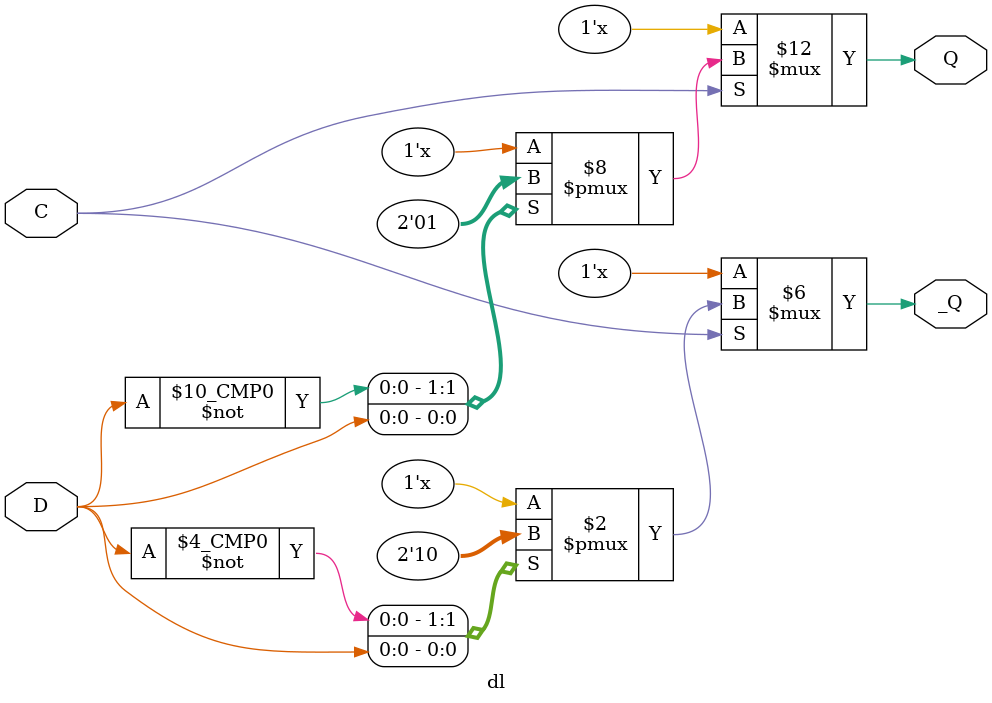
<source format=v>
module dl(C,D,Q,_Q);
    input C;
    input D;

    output reg Q;
    output reg _Q;

    always @(C,D)
        begin
            case (C)
                0: begin
                    Q<=Q;
                    _Q<=_Q;
                end
                default: case (D)
                    0: begin
                        Q<=0;
                        _Q<=1;
                    end
                    1: begin
                        Q<=1;
                        _Q<=0;
                    end
                endcase
            endcase
        end
endmodule
</source>
